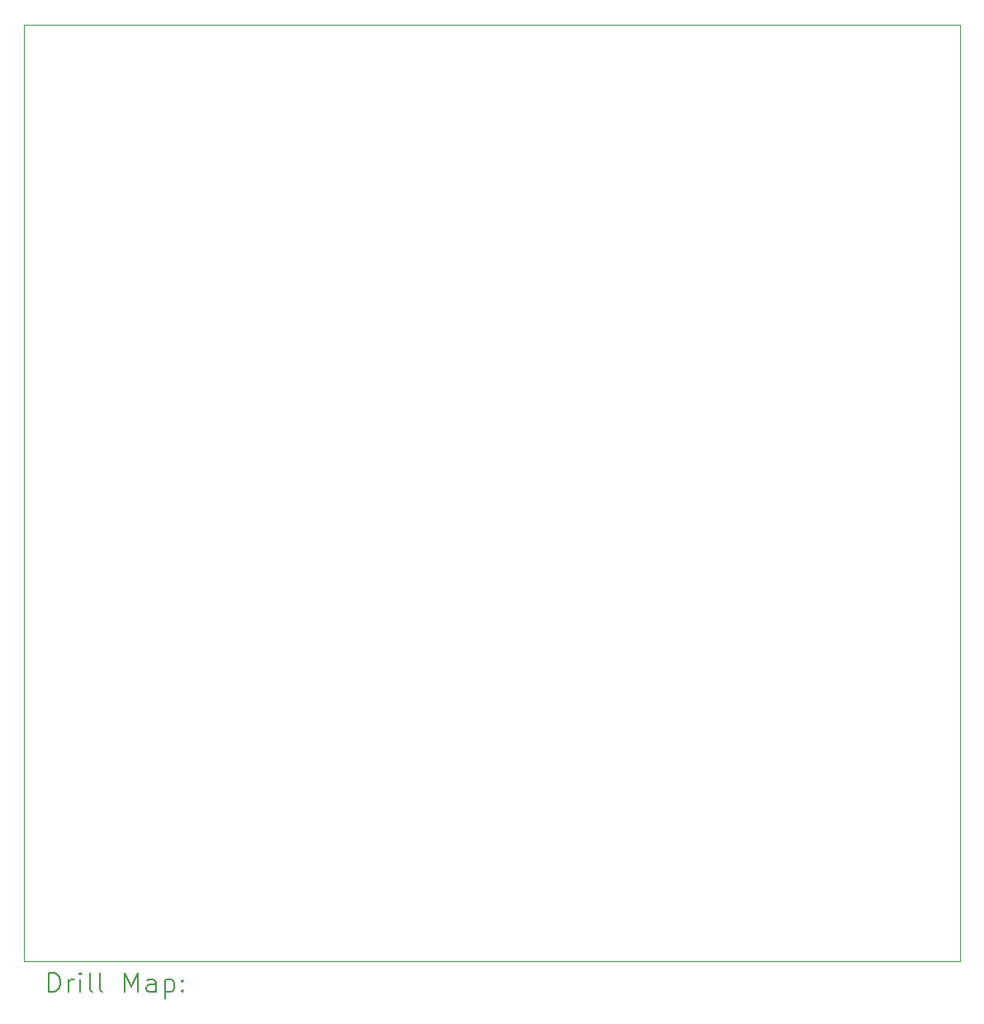
<source format=gbr>
%TF.GenerationSoftware,KiCad,Pcbnew,7.0.9*%
%TF.CreationDate,2024-03-13T01:01:44-05:00*%
%TF.ProjectId,BOARD,424f4152-442e-46b6-9963-61645f706362,rev?*%
%TF.SameCoordinates,Original*%
%TF.FileFunction,Drillmap*%
%TF.FilePolarity,Positive*%
%FSLAX45Y45*%
G04 Gerber Fmt 4.5, Leading zero omitted, Abs format (unit mm)*
G04 Created by KiCad (PCBNEW 7.0.9) date 2024-03-13 01:01:44*
%MOMM*%
%LPD*%
G01*
G04 APERTURE LIST*
%ADD10C,0.100000*%
%ADD11C,0.200000*%
G04 APERTURE END LIST*
D10*
X8000000Y-4000000D02*
X17600000Y-4000000D01*
X17600000Y-13600000D01*
X8000000Y-13600000D01*
X8000000Y-4000000D01*
D11*
X8255777Y-13916484D02*
X8255777Y-13716484D01*
X8255777Y-13716484D02*
X8303396Y-13716484D01*
X8303396Y-13716484D02*
X8331967Y-13726008D01*
X8331967Y-13726008D02*
X8351015Y-13745055D01*
X8351015Y-13745055D02*
X8360539Y-13764103D01*
X8360539Y-13764103D02*
X8370062Y-13802198D01*
X8370062Y-13802198D02*
X8370062Y-13830769D01*
X8370062Y-13830769D02*
X8360539Y-13868865D01*
X8360539Y-13868865D02*
X8351015Y-13887912D01*
X8351015Y-13887912D02*
X8331967Y-13906960D01*
X8331967Y-13906960D02*
X8303396Y-13916484D01*
X8303396Y-13916484D02*
X8255777Y-13916484D01*
X8455777Y-13916484D02*
X8455777Y-13783150D01*
X8455777Y-13821246D02*
X8465301Y-13802198D01*
X8465301Y-13802198D02*
X8474824Y-13792674D01*
X8474824Y-13792674D02*
X8493872Y-13783150D01*
X8493872Y-13783150D02*
X8512920Y-13783150D01*
X8579586Y-13916484D02*
X8579586Y-13783150D01*
X8579586Y-13716484D02*
X8570063Y-13726008D01*
X8570063Y-13726008D02*
X8579586Y-13735531D01*
X8579586Y-13735531D02*
X8589110Y-13726008D01*
X8589110Y-13726008D02*
X8579586Y-13716484D01*
X8579586Y-13716484D02*
X8579586Y-13735531D01*
X8703396Y-13916484D02*
X8684348Y-13906960D01*
X8684348Y-13906960D02*
X8674824Y-13887912D01*
X8674824Y-13887912D02*
X8674824Y-13716484D01*
X8808158Y-13916484D02*
X8789110Y-13906960D01*
X8789110Y-13906960D02*
X8779586Y-13887912D01*
X8779586Y-13887912D02*
X8779586Y-13716484D01*
X9036729Y-13916484D02*
X9036729Y-13716484D01*
X9036729Y-13716484D02*
X9103396Y-13859341D01*
X9103396Y-13859341D02*
X9170063Y-13716484D01*
X9170063Y-13716484D02*
X9170063Y-13916484D01*
X9351015Y-13916484D02*
X9351015Y-13811722D01*
X9351015Y-13811722D02*
X9341491Y-13792674D01*
X9341491Y-13792674D02*
X9322444Y-13783150D01*
X9322444Y-13783150D02*
X9284348Y-13783150D01*
X9284348Y-13783150D02*
X9265301Y-13792674D01*
X9351015Y-13906960D02*
X9331967Y-13916484D01*
X9331967Y-13916484D02*
X9284348Y-13916484D01*
X9284348Y-13916484D02*
X9265301Y-13906960D01*
X9265301Y-13906960D02*
X9255777Y-13887912D01*
X9255777Y-13887912D02*
X9255777Y-13868865D01*
X9255777Y-13868865D02*
X9265301Y-13849817D01*
X9265301Y-13849817D02*
X9284348Y-13840293D01*
X9284348Y-13840293D02*
X9331967Y-13840293D01*
X9331967Y-13840293D02*
X9351015Y-13830769D01*
X9446253Y-13783150D02*
X9446253Y-13983150D01*
X9446253Y-13792674D02*
X9465301Y-13783150D01*
X9465301Y-13783150D02*
X9503396Y-13783150D01*
X9503396Y-13783150D02*
X9522444Y-13792674D01*
X9522444Y-13792674D02*
X9531967Y-13802198D01*
X9531967Y-13802198D02*
X9541491Y-13821246D01*
X9541491Y-13821246D02*
X9541491Y-13878388D01*
X9541491Y-13878388D02*
X9531967Y-13897436D01*
X9531967Y-13897436D02*
X9522444Y-13906960D01*
X9522444Y-13906960D02*
X9503396Y-13916484D01*
X9503396Y-13916484D02*
X9465301Y-13916484D01*
X9465301Y-13916484D02*
X9446253Y-13906960D01*
X9627205Y-13897436D02*
X9636729Y-13906960D01*
X9636729Y-13906960D02*
X9627205Y-13916484D01*
X9627205Y-13916484D02*
X9617682Y-13906960D01*
X9617682Y-13906960D02*
X9627205Y-13897436D01*
X9627205Y-13897436D02*
X9627205Y-13916484D01*
X9627205Y-13792674D02*
X9636729Y-13802198D01*
X9636729Y-13802198D02*
X9627205Y-13811722D01*
X9627205Y-13811722D02*
X9617682Y-13802198D01*
X9617682Y-13802198D02*
X9627205Y-13792674D01*
X9627205Y-13792674D02*
X9627205Y-13811722D01*
M02*

</source>
